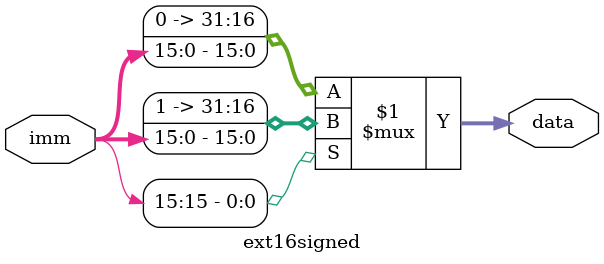
<source format=v>
`timescale 1ns / 1ps

//½øÐÐ16Î»·ûºÅÍØÕ¹
module ext16signed(
    input [15:0] imm,
    output [31:0] data
    );
assign data = imm[15]?{16'hffff,imm}:{16'h0000,imm};
endmodule

</source>
